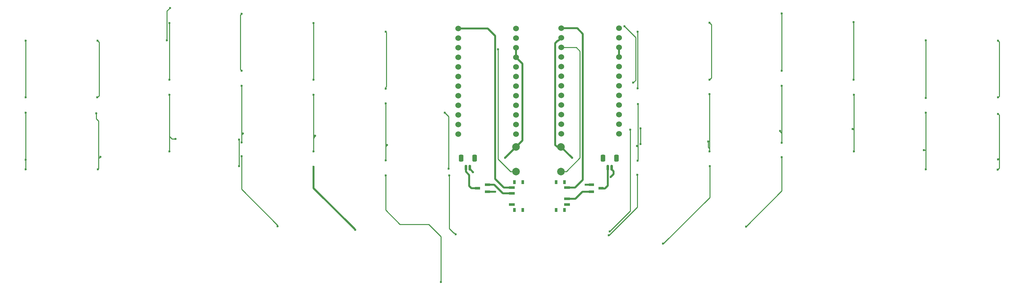
<source format=gtl>
G04 #@! TF.GenerationSoftware,KiCad,Pcbnew,7.0.1*
G04 #@! TF.CreationDate,2023-03-26T00:44:14-07:00*
G04 #@! TF.ProjectId,corne-wireless,636f726e-652d-4776-9972-656c6573732e,3.0.1*
G04 #@! TF.SameCoordinates,Original*
G04 #@! TF.FileFunction,Copper,L1,Top*
G04 #@! TF.FilePolarity,Positive*
%FSLAX46Y46*%
G04 Gerber Fmt 4.6, Leading zero omitted, Abs format (unit mm)*
G04 Created by KiCad (PCBNEW 7.0.1) date 2023-03-26 00:44:14*
%MOMM*%
%LPD*%
G01*
G04 APERTURE LIST*
G04 Aperture macros list*
%AMRoundRect*
0 Rectangle with rounded corners*
0 $1 Rounding radius*
0 $2 $3 $4 $5 $6 $7 $8 $9 X,Y pos of 4 corners*
0 Add a 4 corners polygon primitive as box body*
4,1,4,$2,$3,$4,$5,$6,$7,$8,$9,$2,$3,0*
0 Add four circle primitives for the rounded corners*
1,1,$1+$1,$2,$3*
1,1,$1+$1,$4,$5*
1,1,$1+$1,$6,$7*
1,1,$1+$1,$8,$9*
0 Add four rect primitives between the rounded corners*
20,1,$1+$1,$2,$3,$4,$5,0*
20,1,$1+$1,$4,$5,$6,$7,0*
20,1,$1+$1,$6,$7,$8,$9,0*
20,1,$1+$1,$8,$9,$2,$3,0*%
G04 Aperture macros list end*
G04 #@! TA.AperFunction,ComponentPad*
%ADD10C,2.000000*%
G04 #@! TD*
G04 #@! TA.AperFunction,ComponentPad*
%ADD11C,1.524000*%
G04 #@! TD*
G04 #@! TA.AperFunction,SMDPad,CuDef*
%ADD12RoundRect,0.250000X-0.350000X-0.650000X0.350000X-0.650000X0.350000X0.650000X-0.350000X0.650000X0*%
G04 #@! TD*
G04 #@! TA.AperFunction,SMDPad,CuDef*
%ADD13RoundRect,0.150000X-0.150000X-0.625000X0.150000X-0.625000X0.150000X0.625000X-0.150000X0.625000X0*%
G04 #@! TD*
G04 #@! TA.AperFunction,SMDPad,CuDef*
%ADD14R,1.400000X0.800000*%
G04 #@! TD*
G04 #@! TA.AperFunction,SMDPad,CuDef*
%ADD15R,1.500000X0.700000*%
G04 #@! TD*
G04 #@! TA.AperFunction,SMDPad,CuDef*
%ADD16R,0.800000X1.000000*%
G04 #@! TD*
G04 #@! TA.AperFunction,ViaPad*
%ADD17C,0.600000*%
G04 #@! TD*
G04 #@! TA.AperFunction,Conductor*
%ADD18C,0.250000*%
G04 #@! TD*
G04 #@! TA.AperFunction,Conductor*
%ADD19C,0.508000*%
G04 #@! TD*
G04 #@! TA.AperFunction,Conductor*
%ADD20C,0.381000*%
G04 #@! TD*
G04 #@! TA.AperFunction,Conductor*
%ADD21C,0.500000*%
G04 #@! TD*
G04 #@! TA.AperFunction,Conductor*
%ADD22C,0.254000*%
G04 #@! TD*
G04 APERTURE END LIST*
D10*
X142424500Y-69781000D03*
X142424500Y-63281000D03*
X154304500Y-69772000D03*
X154304500Y-63272000D03*
D11*
X142423900Y-31942000D03*
X142423900Y-34482000D03*
X142423900Y-37022000D03*
X142423900Y-39562000D03*
X142423900Y-42102000D03*
X142423900Y-44642000D03*
X142423900Y-47182000D03*
X142423900Y-49722000D03*
X142423900Y-52262000D03*
X142423900Y-54802000D03*
X142423900Y-57342000D03*
X142423900Y-59882000D03*
X127203900Y-59882000D03*
X127203900Y-57342000D03*
X127203900Y-54802000D03*
X127203900Y-52262000D03*
X127203900Y-49722000D03*
X127203900Y-47182000D03*
X127203900Y-44642000D03*
X127203900Y-42102000D03*
X127203900Y-39562000D03*
X127203900Y-37022000D03*
X127203900Y-34482000D03*
X127203900Y-31942000D03*
X169598900Y-31912000D03*
X169598900Y-34452000D03*
X169598900Y-36992000D03*
X169598900Y-39532000D03*
X169598900Y-42072000D03*
X169598900Y-44612000D03*
X169598900Y-47152000D03*
X169598900Y-49692000D03*
X169598900Y-52232000D03*
X169598900Y-54772000D03*
X169598900Y-57312000D03*
X169598900Y-59852000D03*
X154378900Y-59852000D03*
X154378900Y-57312000D03*
X154378900Y-54772000D03*
X154378900Y-52232000D03*
X154378900Y-49692000D03*
X154378900Y-47152000D03*
X154378900Y-44612000D03*
X154378900Y-42072000D03*
X154378900Y-39532000D03*
X154378900Y-36992000D03*
X154378900Y-34452000D03*
X154378900Y-31912000D03*
D12*
X131497500Y-66230000D03*
X127897500Y-66230000D03*
D13*
X130197500Y-68755000D03*
X129197500Y-68755000D03*
D14*
X132277500Y-74220000D03*
X134877500Y-73270000D03*
X134877500Y-75170000D03*
D13*
X166651500Y-68755000D03*
X167651500Y-68755000D03*
D12*
X165351500Y-66230000D03*
X168951500Y-66230000D03*
D15*
X141347500Y-74030000D03*
X141347500Y-75530000D03*
X141347500Y-78530000D03*
D16*
X144207500Y-72630000D03*
X141997500Y-72630000D03*
X144207500Y-79930000D03*
X141997500Y-79930000D03*
X155217500Y-72630000D03*
X153007500Y-72630000D03*
X155217500Y-79930000D03*
X153007500Y-79930000D03*
D15*
X155867500Y-74030000D03*
X155867500Y-77030000D03*
X155867500Y-78530000D03*
D14*
X162287500Y-73270000D03*
X162287500Y-75170000D03*
X164887500Y-74220000D03*
D17*
X160823500Y-73272000D03*
X167427500Y-71240000D03*
X157192500Y-66160000D03*
X136872500Y-75170000D03*
X137709500Y-37458000D03*
X137709500Y-37458000D03*
X139545500Y-66160000D03*
X131105500Y-69970000D03*
X51107500Y-26505000D03*
X50307500Y-35105000D03*
X123607500Y-54205000D03*
X124607500Y-69005000D03*
X69382500Y-61305000D03*
X69382500Y-68405000D03*
X126493737Y-86382353D03*
X124807500Y-70805000D03*
X13007500Y-50205000D03*
X13007500Y-66705000D03*
X13007500Y-54205000D03*
X13007500Y-69205000D03*
X13007500Y-35205000D03*
X31707500Y-54405000D03*
X32107500Y-69205000D03*
X31964840Y-50194907D03*
X32796949Y-65894449D03*
X32007500Y-35205000D03*
X52577078Y-61174578D03*
X51007500Y-64505000D03*
X51007500Y-45505000D03*
X51007500Y-30505000D03*
X51007500Y-49505000D03*
X70007500Y-43105000D03*
X70007500Y-62105000D03*
X70007500Y-28105000D03*
X70007500Y-47105000D03*
X79507500Y-84305000D03*
X70007500Y-65705000D03*
X70407500Y-59705000D03*
X100007500Y-85205000D03*
X89407500Y-60305000D03*
X89007500Y-68505000D03*
X89007500Y-49505000D03*
X89007500Y-64505000D03*
X89007500Y-45505000D03*
X89007500Y-30505000D03*
X108007500Y-47905000D03*
X122607500Y-99005000D03*
X108007500Y-70805000D03*
X108007500Y-66805000D03*
X108007500Y-51805000D03*
X108007500Y-32805000D03*
X108407504Y-62805000D03*
X171063762Y-31389024D03*
X173357500Y-46265000D03*
X175232500Y-58415010D03*
X175232500Y-62500000D03*
X172537500Y-58715000D03*
X167110558Y-85628058D03*
X269617500Y-54555000D03*
X269607500Y-35205000D03*
X269547500Y-66550000D03*
X269507500Y-69305000D03*
X269592510Y-50205000D03*
X250507500Y-54205000D03*
X250507500Y-69205000D03*
X249997500Y-64100010D03*
X250507500Y-35105000D03*
X250507500Y-50305000D03*
X231607500Y-64505000D03*
X231234449Y-58513051D03*
X231507500Y-45505000D03*
X231607500Y-49505000D03*
X231507500Y-30305000D03*
X212507500Y-47105000D03*
X203087500Y-84335000D03*
X212107500Y-59020000D03*
X212507500Y-62205000D03*
X212557500Y-65985000D03*
X212507500Y-43105000D03*
X212507500Y-28005000D03*
X181187500Y-88895000D03*
X193517500Y-68325000D03*
X193507500Y-45505000D03*
X193137500Y-61875000D03*
X193507500Y-64505000D03*
X193507500Y-49305000D03*
X193507500Y-30405000D03*
X174507500Y-47805000D03*
X174507500Y-66905000D03*
X166887500Y-86675000D03*
X174607500Y-51905000D03*
X174507500Y-32805000D03*
X174417500Y-70675000D03*
X174297500Y-63015000D03*
D18*
X159299500Y-37966000D02*
X159299500Y-66160000D01*
X155687500Y-69772000D02*
X159299500Y-66160000D01*
X154304500Y-69772000D02*
X155687500Y-69772000D01*
X154378900Y-36992000D02*
X158325500Y-36992000D01*
X158325500Y-36992000D02*
X159299500Y-37966000D01*
D19*
X162285500Y-73272000D02*
X162287500Y-73270000D01*
X160823500Y-73272000D02*
X162285500Y-73272000D01*
X168189500Y-70478000D02*
X168189500Y-69716000D01*
X167427500Y-71240000D02*
X168189500Y-70478000D01*
X168189500Y-69716000D02*
X167651500Y-69178000D01*
X167651500Y-69178000D02*
X167651500Y-68755000D01*
X154304500Y-63272000D02*
X157192500Y-66160000D01*
X165903500Y-74288000D02*
X164955500Y-74288000D01*
D18*
X164955500Y-74288000D02*
X164887500Y-74220000D01*
D19*
X166651500Y-73540000D02*
X165903500Y-74288000D01*
X166651500Y-68755000D02*
X166651500Y-73540000D01*
X155867500Y-77030000D02*
X158081500Y-77030000D01*
X158081500Y-77030000D02*
X159941500Y-75170000D01*
X159941500Y-75170000D02*
X162287500Y-75170000D01*
X154378900Y-31912000D02*
X158579500Y-31912000D01*
X158033500Y-74030000D02*
X155867500Y-74030000D01*
X158579500Y-31912000D02*
X160061500Y-33394000D01*
X160061500Y-33394000D02*
X160061500Y-72002000D01*
X160061500Y-72002000D02*
X158033500Y-74030000D01*
X134877500Y-75170000D02*
X136872500Y-75170000D01*
D18*
X137709500Y-37458000D02*
X137709500Y-66480213D01*
X137709500Y-66480213D02*
X141010287Y-69781000D01*
X141010287Y-69781000D02*
X142424500Y-69781000D01*
D19*
X142424500Y-63281000D02*
X139545500Y-66160000D01*
X130197500Y-69062000D02*
X131105500Y-69970000D01*
D20*
X130197500Y-68755000D02*
X130197500Y-69062000D01*
D19*
X130089500Y-70732000D02*
X130089500Y-73644000D01*
X130089500Y-73644000D02*
X130665500Y-74220000D01*
X129197500Y-68755000D02*
X129197500Y-69840000D01*
X129197500Y-69840000D02*
X130089500Y-70732000D01*
X130665500Y-74220000D02*
X132277500Y-74220000D01*
D18*
X129197500Y-68824000D02*
X129327500Y-68954000D01*
D19*
X139229500Y-74030000D02*
X136947500Y-71748000D01*
X136947500Y-71748000D02*
X136947500Y-33902000D01*
X136947500Y-33902000D02*
X134987500Y-31942000D01*
X134987500Y-31942000D02*
X127203900Y-31942000D01*
X141347500Y-74030000D02*
X139237500Y-74030000D01*
X136691500Y-73270000D02*
X138979500Y-75558000D01*
X134877500Y-73270000D02*
X136691500Y-73270000D01*
X139007500Y-75530000D02*
X141347500Y-75530000D01*
D20*
X130197500Y-68755000D02*
X130197500Y-69316000D01*
D19*
X144134500Y-41272600D02*
X144134500Y-61571000D01*
X144134500Y-61571000D02*
X142424500Y-63281000D01*
D18*
X50307500Y-35105000D02*
X50307500Y-27305000D01*
X50307500Y-27305000D02*
X51107500Y-26505000D01*
X124607500Y-55205000D02*
X124607500Y-69005000D01*
X123607500Y-54205000D02*
X124607500Y-55205000D01*
X69382500Y-61305000D02*
X69382500Y-68405000D01*
X124782499Y-70830001D02*
X124807500Y-70805000D01*
X124782499Y-84879999D02*
X124782499Y-70830001D01*
X125984854Y-86082354D02*
X124782499Y-84879999D01*
X126193738Y-86082354D02*
X125984854Y-86082354D01*
X126493737Y-86382353D02*
X126193738Y-86082354D01*
D21*
X169603900Y-36993000D02*
X169603900Y-39533000D01*
D19*
X153414501Y-35214999D02*
X152784500Y-35845000D01*
X154383900Y-34453000D02*
X153621901Y-35214999D01*
X153304500Y-63272000D02*
X154304500Y-63272000D01*
X152784500Y-35845000D02*
X152784500Y-62752000D01*
X153621901Y-35214999D02*
X153414501Y-35214999D01*
X152784500Y-62752000D02*
X153304500Y-63272000D01*
D18*
X13007500Y-57305000D02*
X13007500Y-66705000D01*
X13007500Y-54205000D02*
X13007500Y-57305000D01*
X13007500Y-66705000D02*
X13007500Y-69205000D01*
X13007500Y-35205000D02*
X13007500Y-50205000D01*
X32307500Y-66205000D02*
X32486398Y-66205000D01*
X32264839Y-49894908D02*
X31964840Y-50194907D01*
X32307500Y-66205000D02*
X32307500Y-69005000D01*
X32307500Y-56405000D02*
X32307500Y-66205000D01*
X32496950Y-66194448D02*
X32796949Y-65894449D01*
X32407500Y-49752247D02*
X32264839Y-49894908D01*
X32486398Y-66205000D02*
X32496950Y-66194448D01*
X32007500Y-35205000D02*
X32407500Y-35605000D01*
X31707500Y-55805000D02*
X32307500Y-56405000D01*
X31707500Y-54405000D02*
X31707500Y-55805000D01*
X32307500Y-69005000D02*
X32107500Y-69205000D01*
X32407500Y-35605000D02*
X32407500Y-49752247D01*
X51007500Y-60505000D02*
X51677078Y-61174578D01*
X51007500Y-30505000D02*
X51007500Y-45505000D01*
X52152814Y-61174578D02*
X52577078Y-61174578D01*
X51677078Y-61174578D02*
X52152814Y-61174578D01*
X51007500Y-60505000D02*
X51007500Y-64505000D01*
X51007500Y-49505000D02*
X51007500Y-60505000D01*
X69682488Y-42779988D02*
X69707501Y-42805001D01*
X69682488Y-28430012D02*
X69682488Y-42779988D01*
X70007500Y-28105000D02*
X69682488Y-28430012D01*
X70007500Y-74505000D02*
X79507500Y-84005000D01*
X70007500Y-60005000D02*
X70107501Y-60004999D01*
X70007500Y-65705000D02*
X70007500Y-74505000D01*
X70007500Y-60005000D02*
X70007500Y-62105000D01*
X69707501Y-42805001D02*
X70007500Y-43105000D01*
X70107501Y-60004999D02*
X70407500Y-59705000D01*
X70007500Y-47105000D02*
X70007500Y-60005000D01*
X79507500Y-84005000D02*
X79507500Y-84305000D01*
X89007500Y-62305000D02*
X89007500Y-64505000D01*
X89007500Y-61105000D02*
X89007500Y-62305000D01*
X89007500Y-49505000D02*
X89007500Y-62305000D01*
X89007500Y-30505000D02*
X89007500Y-45505000D01*
D21*
X89007500Y-74205000D02*
X99707501Y-84905001D01*
D18*
X89407500Y-60305000D02*
X89007500Y-61105000D01*
D21*
X99707501Y-84905001D02*
X100007500Y-85205000D01*
X89007500Y-68505000D02*
X89007500Y-74205000D01*
D18*
X108007500Y-80005000D02*
X111807500Y-83805000D01*
X108237500Y-33035000D02*
X108237500Y-47250736D01*
X108007500Y-32805000D02*
X108237500Y-33035000D01*
D22*
X108107505Y-63104999D02*
X108407504Y-62805000D01*
D18*
X108237500Y-47250736D02*
X108007500Y-47480736D01*
X122607500Y-87005000D02*
X122607500Y-99005000D01*
X108007500Y-70805000D02*
X108007500Y-80005000D01*
D22*
X108007500Y-63105000D02*
X108107505Y-63104999D01*
D18*
X108007500Y-51805000D02*
X108007500Y-66805000D01*
X108007500Y-47480736D02*
X108007500Y-47905000D01*
X119407500Y-83805000D02*
X122607500Y-87005000D01*
X111807500Y-83805000D02*
X119407500Y-83805000D01*
X173982501Y-34307763D02*
X171063762Y-31389024D01*
X173982501Y-45639999D02*
X173982501Y-34307763D01*
X173357500Y-46265000D02*
X173982501Y-45639999D01*
X175232500Y-58415010D02*
X175232500Y-62500000D01*
X172537500Y-58715000D02*
X172537500Y-80201116D01*
X172537500Y-80201116D02*
X167110558Y-85628058D01*
X269907500Y-68905000D02*
X269507500Y-69305000D01*
X269907500Y-49890010D02*
X269892509Y-49905001D01*
X269917499Y-64465001D02*
X269917499Y-54854999D01*
X269892509Y-49905001D02*
X269592510Y-50205000D01*
X269899204Y-64486704D02*
X269899204Y-66198296D01*
X269917499Y-54854999D02*
X269617500Y-54555000D01*
X269907500Y-35505000D02*
X269907500Y-49890010D01*
X269899204Y-66198296D02*
X269547500Y-66550000D01*
X269897500Y-64485000D02*
X269917499Y-64465001D01*
X269897500Y-64485000D02*
X269907500Y-68905000D01*
X269607500Y-35205000D02*
X269907500Y-35505000D01*
X269897500Y-64485000D02*
X269899204Y-64486704D01*
X250507500Y-54205000D02*
X250507500Y-64335000D01*
X250507500Y-64185746D02*
X250421764Y-64100010D01*
X250507500Y-35105000D02*
X250507500Y-50305000D01*
X250421764Y-64100010D02*
X249997500Y-64100010D01*
X250507500Y-64335000D02*
X250507500Y-64185746D01*
X250507500Y-64335000D02*
X250507500Y-69205000D01*
X231607500Y-59795000D02*
X231607500Y-64505000D01*
X231534448Y-58813050D02*
X231234449Y-58513051D01*
X231607500Y-59795000D02*
X231607500Y-58886102D01*
X231507500Y-30305000D02*
X231507500Y-45505000D01*
X231607500Y-49505000D02*
X231607500Y-59795000D01*
X231607500Y-58886102D02*
X231534448Y-58813050D01*
X212107500Y-59240000D02*
X212107500Y-59020000D01*
X212557500Y-74865000D02*
X212557500Y-65985000D01*
X212507500Y-62005000D02*
X212507500Y-62205000D01*
X212507500Y-60295000D02*
X212507500Y-59640000D01*
X212507500Y-47105000D02*
X212507500Y-60295000D01*
X212507500Y-28005000D02*
X212507500Y-43105000D01*
X212507500Y-59640000D02*
X212107500Y-59240000D01*
X212507500Y-60295000D02*
X212507500Y-62005000D01*
X203087500Y-84335000D02*
X212557500Y-74865000D01*
X193507500Y-63715000D02*
X193507500Y-64505000D01*
X193137500Y-62299264D02*
X193137500Y-61875000D01*
X194007500Y-30905000D02*
X194007500Y-45005000D01*
X181287500Y-88895000D02*
X181187500Y-88895000D01*
X193507500Y-63715000D02*
X193137500Y-63345000D01*
X193137500Y-63345000D02*
X193137500Y-62299264D01*
X194007500Y-45005000D02*
X193507500Y-45505000D01*
X193507500Y-49305000D02*
X193507500Y-63715000D01*
X193517500Y-68325000D02*
X193517500Y-76665000D01*
X193507500Y-30405000D02*
X194007500Y-30905000D01*
X193517500Y-76665000D02*
X181287500Y-88895000D01*
X174417500Y-70675000D02*
X174417500Y-79205000D01*
X174417500Y-79205000D02*
X166947500Y-86675000D01*
X174327500Y-63015000D02*
X174297500Y-63015000D01*
X174507500Y-32805000D02*
X174507500Y-47805000D01*
X174607500Y-64475000D02*
X174607500Y-66805000D01*
X166947500Y-86675000D02*
X166887500Y-86675000D01*
X174607500Y-51905000D02*
X174607500Y-64475000D01*
X174607500Y-64475000D02*
X174607500Y-63295000D01*
X174607500Y-63295000D02*
X174327500Y-63015000D01*
X174607500Y-66805000D02*
X174507500Y-66905000D01*
D19*
X142423900Y-37022000D02*
X142423900Y-39562000D01*
X142423900Y-39562000D02*
X144134500Y-41272600D01*
M02*

</source>
